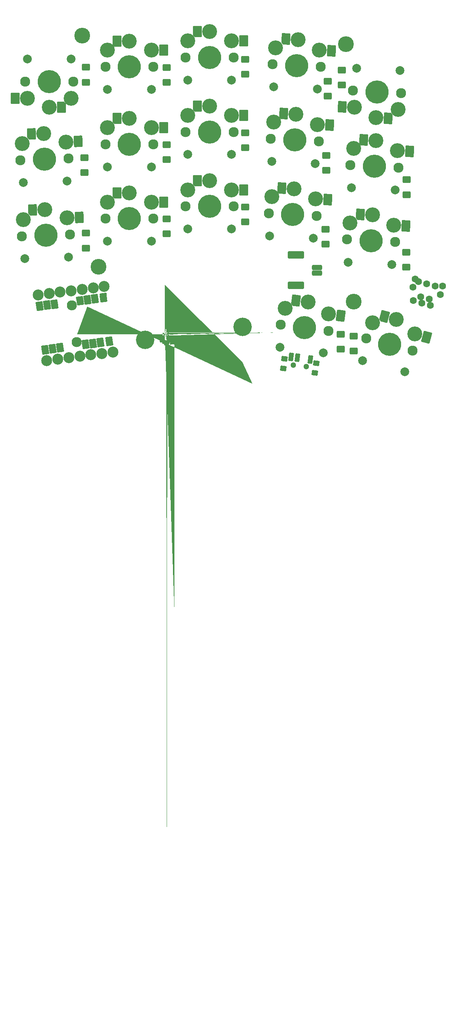
<source format=gbs>
G04 #@! TF.GenerationSoftware,KiCad,Pcbnew,9.0.2*
G04 #@! TF.CreationDate,2025-07-12T22:53:39+08:00*
G04 #@! TF.ProjectId,Kretstr_d_v2,4b726574-7374-472e-9464-5f76322e6b69,rev?*
G04 #@! TF.SameCoordinates,Original*
G04 #@! TF.FileFunction,Soldermask,Bot*
G04 #@! TF.FilePolarity,Negative*
%FSLAX46Y46*%
G04 Gerber Fmt 4.6, Leading zero omitted, Abs format (unit mm)*
G04 Created by KiCad (PCBNEW 9.0.2) date 2025-07-12 22:53:39*
%MOMM*%
%LPD*%
G01*
G04 APERTURE LIST*
G04 Aperture macros list*
%AMRoundRect*
0 Rectangle with rounded corners*
0 $1 Rounding radius*
0 $2 $3 $4 $5 $6 $7 $8 $9 X,Y pos of 4 corners*
0 Add a 4 corners polygon primitive as box body*
4,1,4,$2,$3,$4,$5,$6,$7,$8,$9,$2,$3,0*
0 Add four circle primitives for the rounded corners*
1,1,$1+$1,$2,$3*
1,1,$1+$1,$4,$5*
1,1,$1+$1,$6,$7*
1,1,$1+$1,$8,$9*
0 Add four rect primitives between the rounded corners*
20,1,$1+$1,$2,$3,$4,$5,0*
20,1,$1+$1,$4,$5,$6,$7,0*
20,1,$1+$1,$6,$7,$8,$9,0*
20,1,$1+$1,$8,$9,$2,$3,0*%
%AMFreePoly0*
4,1,22,0.886777,1.280194,0.956366,1.224698,0.994986,1.144504,1.000000,1.100000,1.000000,-1.100000,0.980194,-1.186777,0.924698,-1.256366,0.844504,-1.294986,0.800000,-1.300000,-0.480000,-1.300000,-0.566777,-1.280194,-0.621421,-1.241421,-0.941421,-0.921421,-0.988777,-0.846056,-1.000000,-0.780000,-1.000000,1.100000,-0.980194,1.186777,-0.924698,1.256366,-0.844504,1.294986,-0.800000,1.300000,
0.800000,1.300000,0.886777,1.280194,0.886777,1.280194,$1*%
%AMFreePoly1*
4,1,22,0.686777,0.580194,0.756366,0.524698,0.794986,0.444504,0.800000,0.400000,0.800000,0.200000,0.780194,0.113223,0.741421,0.058579,0.141421,-0.541421,0.066056,-0.588777,-0.022393,-0.598742,-0.106406,-0.569345,-0.141421,-0.541421,-0.741421,0.058579,-0.788777,0.133944,-0.800000,0.200000,-0.800000,0.400000,-0.780193,0.486777,-0.724698,0.556366,-0.644504,0.594986,-0.600000,0.600000,
0.600000,0.600000,0.686777,0.580194,0.686777,0.580194,$1*%
%AMFreePoly2*
4,1,26,0.706406,1.169345,0.769345,1.106406,0.798742,1.022393,0.800000,1.000000,0.800000,-0.250000,0.780194,-0.336777,0.724699,-0.406366,0.644505,-0.444986,0.600000,-0.450000,-0.600000,-0.450000,-0.686777,-0.430194,-0.756366,-0.374698,-0.794986,-0.294504,-0.800000,-0.250000,-0.800000,1.000000,-0.780194,1.086777,-0.724698,1.156366,-0.644504,1.194986,-0.555496,1.194986,-0.475302,1.156366,
-0.458579,1.141421,0.000000,0.682842,0.458579,1.141421,0.533944,1.188778,0.622393,1.198742,0.706406,1.169345,0.706406,1.169345,$1*%
%AMFreePoly3*
4,1,292,0.206777,1.229994,0.276366,1.174498,0.314986,1.094304,0.320000,1.049800,0.320000,0.008200,0.319495,0.005987,0.319495,-1.866709,0.319486,-1.942235,0.319486,-1.942460,0.318928,-2.390763,0.318926,-2.391335,0.317383,-2.767014,0.317377,-2.767939,0.314675,-3.077389,0.314657,-3.078876,0.310622,-3.328489,0.310568,-3.330901,0.305029,-3.527071,0.304875,-3.531095,0.297657,-3.680215,
0.297195,-3.687212,0.288125,-3.795676,0.286622,-3.808584,0.275528,-3.882784,0.269972,-3.908365,0.256680,-3.954695,0.246330,-3.982691,0.240139,-3.996234,0.229057,-4.017117,0.167561,-4.118087,0.157692,-4.132784,0.062026,-4.262462,0.054482,-4.272060,-0.057455,-4.405866,-0.061018,-4.410009,-0.070960,-4.421254,-0.171727,-4.547475,-0.239381,-4.651468,-0.261422,-4.702806,-0.268448,-4.790209,
-0.275185,-4.947662,-0.279770,-5.144579,-0.281450,-5.361536,-0.281447,-5.385011,-0.280528,-5.604860,-0.277007,-5.754079,-0.270393,-5.838887,-0.268290,-5.848462,-0.224488,-5.894056,-0.171049,-5.977321,-0.142171,-6.051967,-0.122143,-6.170287,-0.120852,-6.228231,-0.135594,-6.347346,-0.162124,-6.424914,-0.212996,-6.510565,-0.274338,-6.575059,-0.308050,-6.593056,-0.393200,-6.628524,-0.459529,-6.643620,
-0.582275,-6.650118,-0.631318,-6.646663,-0.750780,-6.623247,-0.819367,-6.595916,-0.898997,-6.545453,-0.952252,-6.496101,-0.953444,-6.494503,-0.980620,-6.444550,-1.025271,-6.324319,-1.037078,-6.237909,-1.034553,-6.207928,-1.095319,-6.245365,-1.119612,-6.251953,-1.263243,-6.281341,-1.334401,-6.282972,-1.441733,-6.266095,-1.524379,-6.233050,-1.535526,-6.224760,-1.625648,-6.152737,-1.674999,-6.094737,
-1.708800,-6.034795,-1.731134,-5.973572,-1.756230,-5.840310,-1.752826,-5.751366,-1.751357,-5.746183,-1.721747,-5.646814,-1.786435,-5.670245,-1.797570,-5.671308,-1.925994,-5.679949,-2.013905,-5.666013,-2.017213,-5.664651,-2.152853,-5.607383,-2.223422,-5.557256,-2.286363,-5.487634,-2.329864,-5.409980,-2.331418,-5.403739,-1.483158,-5.403739,-1.355185,-5.371470,-1.321520,-5.365981,-1.296753,-5.364088,
-1.271925,-5.355039,-1.217781,-5.314195,-1.113600,-5.210504,-0.992406,-5.073003,-0.922095,-4.967193,-0.891918,-4.883182,-0.881171,-4.765871,-0.875626,-4.680694,-0.868608,-4.639640,-0.821297,-4.471082,-0.802138,-4.425469,-0.700510,-4.248647,-0.682044,-4.221835,-0.562810,-4.075770,-0.603069,-4.078811,-0.691091,-4.065597,-0.695126,-4.063965,-0.829973,-4.007718,-0.882942,-3.970058,-0.884544,-4.105830,
-0.885000,-4.117175,-0.898888,-4.319380,-0.902711,-4.346893,-0.935986,-4.504891,-0.949035,-4.545136,-1.009063,-4.679733,-1.028893,-4.714405,-1.123042,-4.846409,-1.137428,-4.864308,-1.273065,-5.014526,-1.276513,-5.018249,-1.287869,-5.030202,-1.395729,-5.154077,-1.436036,-5.218316,-1.445698,-5.259360,-1.451178,-5.311568,-1.471682,-5.381092,-1.483158,-5.403739,-2.331418,-5.403739,-2.333940,-5.393612,
-2.360039,-5.266091,-2.360039,-5.185886,-2.330712,-5.042597,-2.293908,-4.961554,-2.277054,-4.942143,-2.201588,-4.865752,-2.261402,-4.879975,-2.348652,-4.881156,-2.489497,-4.851669,-2.570374,-4.814501,-2.590504,-4.796763,-2.603049,-4.784116,-2.016632,-4.784116,-1.947691,-4.769658,-1.921784,-4.765974,-1.897996,-4.764167,-1.873068,-4.755114,-1.818842,-4.714263,-1.712135,-4.608103,-1.710532,-4.606403,
-1.610735,-4.492471,-1.536348,-4.394539,-1.509620,-4.348678,-1.496774,-4.253933,-1.486629,-4.104764,-1.484943,-4.030087,-1.521728,-4.066661,-1.663872,-4.210425,-1.771561,-4.327147,-1.827485,-4.398952,-1.841739,-4.426218,-1.846868,-4.455718,-1.849044,-4.466476,-1.880833,-4.604089,-1.919662,-4.684181,-1.933210,-4.699418,-2.016632,-4.784116,-2.603049,-4.784116,-2.677271,-4.709294,-2.724322,-4.633739,
-2.731172,-4.608776,-2.760623,-4.465732,-2.760769,-4.385781,-2.732270,-4.244767,-2.695666,-4.163633,-2.680108,-4.145462,-2.594432,-4.056733,-2.519907,-4.008065,-2.492843,-4.000178,-2.352971,-3.969921,-2.326052,-3.966765,-2.302641,-3.962426,-2.276550,-3.949146,-2.210815,-3.898611,-2.101881,-3.798678,-1.944546,-3.643569,-1.907849,-3.606777,-1.998584,-3.608265,-2.086361,-3.615506,-2.113472,-3.640814,
-2.190420,-3.685551,-2.195993,-3.687200,-2.285285,-3.712217,-2.328694,-3.719355,-2.443408,-3.725413,-2.478949,-3.724123,-2.588384,-3.710339,-2.648428,-3.692928,-2.721883,-3.658421,-2.792004,-3.603597,-2.794591,-3.600348,-2.808469,-3.582542,-2.842246,-3.517205,-2.871896,-3.418636,-2.880342,-3.357508,-2.878149,-3.232815,-2.869435,-3.177839,-2.834704,-3.064278,-2.812088,-3.015249,-2.804020,-3.002595,
-2.744226,-2.942329,-2.663376,-2.889881,-2.579901,-2.859285,-2.464107,-2.844477,-2.401736,-2.846314,-2.281469,-2.868955,-2.211215,-2.896693,-2.116941,-2.956591,-2.095419,-2.974395,-2.075454,-2.989291,-2.056638,-2.994994,-2.046805,-2.995889,-2.070491,-2.960773,-2.070904,-2.959695,-2.108494,-2.860796,-2.121279,-2.800020,-2.127521,-2.678750,-2.122913,-2.624593,-2.097809,-2.512950,-2.059448,-2.432632,
-2.058380,-2.431296,-2.001929,-2.361278,-1.932045,-2.306154,-1.911531,-2.297769,-1.812031,-2.263398,-1.738834,-2.252593,-1.594647,-2.258290,-1.508720,-2.281507,-1.504448,-2.283843,-1.384933,-2.351109,-1.358738,-2.368710,-1.337152,-2.385832,-1.317487,-2.393167,-1.240752,-2.402224,-1.085472,-2.405350,-1.078233,-2.405170,-1.107077,-2.378573,-1.139850,-2.295818,-1.141775,-2.278081,-1.154236,-2.081951,
-1.154606,-2.072859,-1.156502,-1.967207,-1.150610,-1.915302,-1.126324,-1.817749,-1.086141,-1.738328,-1.046755,-1.702089,-0.979056,-1.654814,-0.896569,-1.621370,-0.885058,-1.619844,-0.761116,-1.607067,-0.757791,-1.606753,-0.746558,-1.605784,-0.717431,-1.594755,-0.653273,-1.547006,-0.535915,-1.433820,-0.518656,-1.415993,-0.412858,-1.301079,-0.333107,-1.206106,-0.309939,-1.172922,-0.306469,-1.159605,
-0.293711,-1.047354,-0.284312,-0.875422,-0.280824,-0.666619,-0.282712,0.034061,-0.280000,0.046092,-0.280000,1.049800,-0.260194,1.136577,-0.204698,1.206166,-0.124504,1.244786,-0.080000,1.249800,0.120000,1.249800,0.206777,1.229994,0.206777,1.229994,$1*%
%AMFreePoly4*
4,1,332,0.216903,1.226394,0.286492,1.170898,0.325112,1.090704,0.330126,1.046200,0.330126,0.053880,0.332333,0.034041,0.330446,-0.641485,0.333256,-0.817119,0.341852,-0.991008,0.354077,-1.119624,0.362643,-1.162576,0.397195,-1.217294,0.480043,-1.321262,0.585725,-1.436349,0.661974,-1.511306,0.745305,-1.581782,0.780351,-1.600628,0.816226,-1.606236,0.855709,-1.608367,0.916305,-1.621245,
1.018029,-1.660105,1.092024,-1.709574,1.121528,-1.749879,1.172534,-1.841779,1.197328,-1.927265,1.197479,-1.930252,1.204078,-2.083860,1.203745,-2.106820,1.191281,-2.279776,1.165288,-2.364904,1.129225,-2.403994,1.173666,-2.405391,1.223573,-2.405255,1.373671,-2.401394,1.448171,-2.392642,1.465323,-2.386622,1.490349,-2.367250,1.499144,-2.360816,1.558427,-2.319886,1.616268,-2.292409,
1.736039,-2.257617,1.795103,-2.249705,1.918049,-2.251717,1.998400,-2.270011,2.089018,-2.311721,2.159564,-2.365996,2.168233,-2.377282,2.179017,-2.392405,2.207229,-2.449366,2.233861,-2.535376,2.241991,-2.576456,2.252651,-2.693916,2.253382,-2.717931,2.251655,-2.776071,2.247065,-2.813135,2.225093,-2.912935,2.195461,-2.975695,2.212494,-2.958198,2.289490,-2.904783,2.362073,-2.873447,
2.477989,-2.848910,2.531369,-2.844932,2.650838,-2.852090,2.724742,-2.871102,2.812396,-2.912770,2.882265,-2.967914,2.907895,-3.009099,2.941835,-3.082118,2.959271,-3.144555,2.971968,-3.260006,2.972232,-3.301190,2.960919,-3.417757,2.944419,-3.480107,2.909095,-3.559070,2.855580,-3.630194,2.824642,-3.651681,2.776780,-3.678625,2.716103,-3.700809,2.613675,-3.720326,2.575255,-3.723859,
2.458923,-3.723286,2.420925,-3.719452,2.321391,-3.699672,2.242209,-3.664868,2.226678,-3.653495,2.249568,-3.708190,2.262483,-3.753325,2.275714,-3.834758,2.276340,-3.894786,2.255370,-4.043353,2.251016,-4.059843,2.261336,-4.057503,2.405029,-4.053550,2.423479,-4.053894,2.607272,-4.065820,2.692585,-4.091203,2.758435,-4.151089,2.791780,-4.233615,2.793805,-4.251024,2.806269,-4.423981,
2.806736,-4.433904,2.808688,-4.521554,2.803411,-4.571859,2.775606,-4.689911,2.736433,-4.769835,2.707599,-4.798835,2.630832,-4.861660,2.551134,-4.901291,2.531391,-4.905022,2.396634,-4.923538,2.367519,-4.925391,2.352493,-4.925249,2.321484,-4.922534,2.294546,-4.918041,2.345556,-4.977430,2.387072,-5.056163,2.391784,-5.079151,2.411668,-5.216808,2.413676,-5.249681,2.412978,-5.282286,
2.408266,-5.321372,2.380906,-5.444549,2.342754,-5.524966,2.315925,-5.552945,2.240017,-5.618098,2.161269,-5.659587,2.137440,-5.664410,2.001028,-5.683476,1.971455,-5.685392,1.956951,-5.685255,1.923948,-5.682197,1.791737,-5.658772,1.709746,-5.624130,1.687090,-5.605118,1.615161,-5.535067,1.566814,-5.460335,1.557616,-5.425814,1.535881,-5.299923,1.533998,-5.280958,1.533090,-5.277310,
1.533100,-5.278989,1.537975,-5.407923,1.546049,-5.464506,1.546949,-5.466699,1.560605,-5.481756,1.576426,-5.501596,1.634693,-5.585018,1.668145,-5.667501,1.668563,-5.670193,1.688071,-5.801698,1.682547,-5.885969,1.643425,-6.022953,1.600550,-6.100955,1.596826,-6.105026,1.561415,-6.142690,1.487545,-6.192345,1.486564,-6.192720,1.387509,-6.230250,1.326898,-6.242961,1.205437,-6.249194,
1.151442,-6.244614,1.082920,-6.229254,1.081676,-6.301771,1.060958,-6.387044,1.004589,-6.500955,0.948350,-6.569945,0.933901,-6.580220,0.857650,-6.629504,0.787543,-6.657803,0.665751,-6.681668,0.584915,-6.680859,0.473708,-6.656748,0.415993,-6.629724,0.400586,-6.658754,0.394933,-6.665026,0.359522,-6.702690,0.285652,-6.752345,0.284671,-6.752720,0.185616,-6.790250,0.125005,-6.802961,
0.003544,-6.809194,-0.050452,-6.804614,-0.162271,-6.779549,-0.242614,-6.741242,-0.243814,-6.740285,-0.268198,-6.720687,-0.315294,-6.752345,-0.316275,-6.752720,-0.415330,-6.790250,-0.475941,-6.802961,-0.597402,-6.809194,-0.651397,-6.804614,-0.763217,-6.779549,-0.843561,-6.741242,-0.844763,-6.740284,-0.914891,-6.683922,-0.970122,-6.614122,-0.978575,-6.593515,-1.013000,-6.494172,-1.023868,-6.420766,
-1.018162,-6.276806,-0.994935,-6.190882,-0.992477,-6.186396,-0.925104,-6.067069,-0.903724,-6.036331,-0.891370,-6.021707,-0.890072,-6.018941,-0.882527,-5.981614,-0.875398,-5.887738,-0.871719,-5.731182,-0.870818,-5.503325,-0.870817,-5.503105,-0.869927,-5.326988,-0.869827,-5.321581,-0.862543,-5.094702,-0.861499,-5.079727,-0.853873,-5.008841,-0.260880,-5.008841,-0.250757,-5.118082,-0.182664,-5.265028,
-0.032771,-5.461496,0.009168,-5.510153,0.014500,-5.516608,0.119025,-5.648672,0.127203,-5.659770,0.205250,-5.773710,0.219630,-5.798292,0.256978,-5.874043,0.259707,-5.879806,0.280044,-5.924601,0.283266,-5.919104,0.302558,-5.891727,0.305210,-5.888563,0.317208,-5.858522,0.310754,-5.815815,0.250423,-5.704381,0.110971,-5.530276,0.036442,-5.444592,0.027944,-5.434129,-0.099383,-5.266107,
-0.111658,-5.246753,0.652054,-5.246753,0.732842,-5.349046,0.752387,-5.378939,0.849802,-5.561723,0.882643,-5.509562,0.905761,-5.479570,0.917107,-5.467427,0.924826,-5.420679,0.930495,-5.304719,0.931637,-5.162069,0.886595,-5.192346,0.885617,-5.192720,0.786563,-5.230250,0.725952,-5.242961,0.652054,-5.246753,-0.111658,-5.246753,-0.117198,-5.238019,-0.195936,-5.087503,-0.212368,-5.044802,
-0.239091,-4.941314,-0.260880,-5.008841,-0.853873,-5.008841,-0.842699,-4.904973,-0.837775,-4.877464,-0.810044,-4.767492,1.929028,-4.767492,1.940400,-4.777363,1.980579,-4.800138,2.016790,-4.806377,2.048565,-4.809884,2.049055,-4.809987,2.034161,-4.797214,2.013963,-4.774565,2.013402,-4.774389,1.934562,-4.767567,1.929028,-4.767492,-0.810044,-4.767492,-0.802541,-4.737737,-0.789993,-4.702371,
-0.733407,-4.580574,-0.717030,-4.551821,-0.634173,-4.430855,-0.622986,-4.416047,-0.508940,-4.278815,-0.506152,-4.275532,-0.504541,-4.273676,-0.406101,-4.155775,-0.327937,-4.054618,-0.302887,-4.017163,-0.302099,-4.013563,-0.294032,-3.925579,-0.286464,-3.770786,-0.280305,-3.552503,-0.275623,-3.268476,-0.272373,-2.915349,-0.271993,-2.829728,0.332029,-2.829728,0.339270,-2.984437,0.352076,-3.112266,
0.360925,-3.154360,0.378419,-3.181798,0.458433,-3.279847,0.578494,-3.414759,0.722334,-3.568542,0.876663,-3.727341,1.028514,-3.877808,1.164669,-4.006494,1.268831,-4.097556,1.310593,-4.127530,1.364956,-4.143570,1.451145,-4.154832,1.444522,-4.147382,1.401669,-4.069368,1.396370,-4.045227,1.377901,-3.926443,1.353356,-3.888438,1.272875,-3.790852,1.139773,-3.645237,0.953129,-3.451557,
0.710038,-3.206705,0.332029,-2.829728,-0.271993,-2.829728,-0.270485,-2.489954,-0.269874,-1.987786,-0.269874,1.046200,-0.250068,1.132977,-0.194572,1.202566,-0.114378,1.241186,-0.069874,1.246200,0.130126,1.246200,0.216903,1.226394,0.216903,1.226394,$1*%
G04 Aperture macros list end*
%ADD10C,0.100000*%
%ADD11C,1.600000*%
%ADD12RoundRect,0.200000X-0.700000X0.600000X-0.700000X-0.600000X0.700000X-0.600000X0.700000X0.600000X0*%
%ADD13RoundRect,0.200000X0.700000X-0.600000X0.700000X0.600000X-0.700000X0.600000X-0.700000X-0.600000X0*%
%ADD14C,2.300000*%
%ADD15C,3.400000*%
%ADD16C,2.000000*%
%ADD17C,5.280000*%
%ADD18FreePoly0,0.000000*%
%ADD19RoundRect,0.200000X-0.800000X-1.100000X0.800000X-1.100000X0.800000X1.100000X-0.800000X1.100000X0*%
%ADD20C,3.600000*%
%ADD21C,1.300000*%
%ADD22FreePoly0,2.000000*%
%ADD23RoundRect,0.200000X-0.761123X-1.127250X0.837902X-1.071410X0.761123X1.127250X-0.837902X1.071410X0*%
%ADD24FreePoly0,357.000000*%
%ADD25RoundRect,0.200000X-0.856473X-1.056624X0.741334X-1.140361X0.856473X1.056624X-0.741334X1.140361X0*%
%ADD26FreePoly0,345.000000*%
%ADD27RoundRect,0.200000X-1.057442X-0.855463X0.488040X-1.269574X1.057442X0.855463X-0.488040X1.269574X0*%
%ADD28C,2.500000*%
%ADD29FreePoly1,187.500000*%
%ADD30FreePoly1,7.500000*%
%ADD31FreePoly2,187.500000*%
%ADD32FreePoly2,7.500000*%
%ADD33FreePoly0,180.000000*%
%ADD34RoundRect,0.200000X0.800000X1.100000X-0.800000X1.100000X-0.800000X-1.100000X0.800000X-1.100000X0*%
%ADD35C,4.200000*%
%ADD36FreePoly0,352.500000*%
%ADD37RoundRect,0.200000X-0.936735X-0.986168X0.649577X-1.195010X0.936735X0.986168X-0.649577X1.195010X0*%
%ADD38FreePoly0,177.000000*%
%ADD39RoundRect,0.200000X0.856473X1.056624X-0.741334X1.140361X-0.856473X-1.056624X0.741334X-1.140361X0*%
%ADD40RoundRect,0.300000X0.850000X-0.300000X0.850000X0.300000X-0.850000X0.300000X-0.850000X-0.300000X0*%
%ADD41RoundRect,0.326924X1.548076X-0.523076X1.548076X0.523076X-1.548076X0.523076X-1.548076X-0.523076X0*%
%ADD42FreePoly3,180.000000*%
%ADD43RoundRect,0.229000X-0.606000X-0.057250X0.606000X-0.057250X0.606000X0.057250X-0.606000X0.057250X0*%
%ADD44RoundRect,0.229000X-1.171000X-0.057250X1.171000X-0.057250X1.171000X0.057250X-1.171000X0.057250X0*%
%ADD45RoundRect,0.229000X-0.208500X-0.057250X0.208500X-0.057250X0.208500X0.057250X-0.208500X0.057250X0*%
%ADD46FreePoly4,180.000000*%
%ADD47RoundRect,0.200000X0.547933X0.331315X-0.443512X0.461841X-0.547933X-0.331315X0.443512X-0.461841X0*%
%ADD48RoundRect,0.200000X0.444900X0.697899X-0.249111X0.789268X-0.444900X-0.697899X0.249111X-0.789268X0*%
G04 APERTURE END LIST*
D10*
X87756130Y-115406955D02*
X86748822Y-115539569D01*
X86616207Y-114532261D01*
X87623515Y-114399647D01*
X87756130Y-115406955D01*
G36*
X87756130Y-115406955D02*
G01*
X86748822Y-115539569D01*
X86616207Y-114532261D01*
X87623515Y-114399647D01*
X87756130Y-115406955D01*
G37*
X89112845Y-125712231D02*
X88105537Y-125844846D01*
X87972923Y-124837538D01*
X88980231Y-124704923D01*
X89112845Y-125712231D01*
G36*
X89112845Y-125712231D02*
G01*
X88105537Y-125844846D01*
X87972923Y-124837538D01*
X88980231Y-124704923D01*
X89112845Y-125712231D01*
G37*
X89438017Y-115185530D02*
X88430709Y-115318145D01*
X88298094Y-114310837D01*
X89305402Y-114178222D01*
X89438017Y-115185530D01*
G36*
X89438017Y-115185530D02*
G01*
X88430709Y-115318145D01*
X88298094Y-114310837D01*
X89305402Y-114178222D01*
X89438017Y-115185530D01*
G37*
X90794732Y-125490806D02*
X89787424Y-125623421D01*
X89654810Y-124616113D01*
X90662118Y-124483498D01*
X90794732Y-125490806D01*
G36*
X90794732Y-125490806D02*
G01*
X89787424Y-125623421D01*
X89654810Y-124616113D01*
X90662118Y-124483498D01*
X90794732Y-125490806D01*
G37*
X91119904Y-114964106D02*
X90112596Y-115096720D01*
X89979981Y-114089412D01*
X90987289Y-113956798D01*
X91119904Y-114964106D01*
G36*
X91119904Y-114964106D02*
G01*
X90112596Y-115096720D01*
X89979981Y-114089412D01*
X90987289Y-113956798D01*
X91119904Y-114964106D01*
G37*
X92476619Y-125269382D02*
X91469311Y-125401996D01*
X91336697Y-124394688D01*
X92344005Y-124262074D01*
X92476619Y-125269382D01*
G36*
X92476619Y-125269382D02*
G01*
X91469311Y-125401996D01*
X91336697Y-124394688D01*
X92344005Y-124262074D01*
X92476619Y-125269382D01*
G37*
X96983111Y-114192200D02*
X95975803Y-114324814D01*
X95843188Y-113317506D01*
X96850496Y-113184892D01*
X96983111Y-114192200D01*
G36*
X96983111Y-114192200D02*
G01*
X95975803Y-114324814D01*
X95843188Y-113317506D01*
X96850496Y-113184892D01*
X96983111Y-114192200D01*
G37*
X98339826Y-124497476D02*
X97332518Y-124630091D01*
X97199903Y-123622783D01*
X98207211Y-123490168D01*
X98339826Y-124497476D01*
G36*
X98339826Y-124497476D02*
G01*
X97332518Y-124630091D01*
X97199903Y-123622783D01*
X98207211Y-123490168D01*
X98339826Y-124497476D01*
G37*
X98665295Y-113970736D02*
X97657987Y-114103351D01*
X97525373Y-113096043D01*
X98532681Y-112963428D01*
X98665295Y-113970736D01*
G36*
X98665295Y-113970736D02*
G01*
X97657987Y-114103351D01*
X97525373Y-113096043D01*
X98532681Y-112963428D01*
X98665295Y-113970736D01*
G37*
X100022010Y-124276012D02*
X99014703Y-124408627D01*
X98882088Y-123401319D01*
X99889396Y-123268704D01*
X100022010Y-124276012D01*
G36*
X100022010Y-124276012D02*
G01*
X99014703Y-124408627D01*
X98882088Y-123401319D01*
X99889396Y-123268704D01*
X100022010Y-124276012D01*
G37*
X100347480Y-113749272D02*
X99340172Y-113881887D01*
X99207557Y-112874579D01*
X100214865Y-112741964D01*
X100347480Y-113749272D01*
G36*
X100347480Y-113749272D02*
G01*
X99340172Y-113881887D01*
X99207557Y-112874579D01*
X100214865Y-112741964D01*
X100347480Y-113749272D01*
G37*
X101704195Y-124054548D02*
X100696887Y-124187163D01*
X100564272Y-123179855D01*
X101571580Y-123047240D01*
X101704195Y-124054548D01*
G36*
X101704195Y-124054548D02*
G01*
X100696887Y-124187163D01*
X100564272Y-123179855D01*
X101571580Y-123047240D01*
X101704195Y-124054548D01*
G37*
X102370027Y-113482999D02*
X101362719Y-113615613D01*
X101230105Y-112608305D01*
X102237413Y-112475691D01*
X102370027Y-113482999D01*
G36*
X102370027Y-113482999D02*
G01*
X101362719Y-113615613D01*
X101230105Y-112608305D01*
X102237413Y-112475691D01*
X102370027Y-113482999D01*
G37*
X103726743Y-123788275D02*
X102719435Y-123920892D01*
X102586820Y-122913582D01*
X103594128Y-122780967D01*
X103726743Y-123788275D01*
G36*
X103726743Y-123788275D02*
G01*
X102719435Y-123920892D01*
X102586820Y-122913582D01*
X103594128Y-122780967D01*
X103726743Y-123788275D01*
G37*
D11*
X176253908Y-113513671D03*
X178841352Y-112550533D03*
X179358990Y-110618681D03*
X174322057Y-112996033D03*
X172562834Y-110868209D03*
X173080472Y-108936357D03*
X172636778Y-113915762D03*
X174568630Y-114433400D03*
X176500482Y-114951038D03*
X173801464Y-109569096D03*
X175733316Y-110086734D03*
X177665168Y-110604372D03*
D12*
X159038990Y-122025081D03*
X159038990Y-125425081D03*
D13*
X156016390Y-124967881D03*
X156016390Y-121567881D03*
X171019105Y-106248849D03*
X171019105Y-102848849D03*
X152578705Y-100982449D03*
X152578705Y-97582449D03*
X134197790Y-95945081D03*
X134197790Y-92545081D03*
X116262190Y-98637481D03*
X116262190Y-95237481D03*
X97761390Y-101904681D03*
X97761390Y-98504681D03*
X171129390Y-89712681D03*
X171129390Y-86312681D03*
X152778431Y-84192916D03*
X152778431Y-80792916D03*
X134197790Y-78977881D03*
X134197790Y-75577881D03*
X116262190Y-81721081D03*
X116262190Y-78321081D03*
X97450660Y-84688298D03*
X97450660Y-81288298D03*
X156332694Y-64659350D03*
X156332694Y-61259350D03*
X153078020Y-67209817D03*
X153078020Y-63809817D03*
X134197790Y-62213881D03*
X134197790Y-58813881D03*
X116262190Y-64076081D03*
X116262190Y-60676081D03*
X97761390Y-64058681D03*
X97761390Y-60658681D03*
D14*
X102246390Y-95208681D03*
D15*
X102746390Y-91408681D03*
D16*
X102746390Y-100358681D03*
D15*
X107746390Y-89308681D03*
D17*
X107746390Y-95208681D03*
D15*
X112746390Y-91408681D03*
D16*
X112746390Y-100358681D03*
D14*
X113246390Y-95208681D03*
D18*
X104946390Y-89308681D03*
D19*
X115546390Y-91408681D03*
D20*
X100720590Y-106203881D03*
D14*
X120546190Y-75408681D03*
D15*
X121046190Y-71608681D03*
D16*
X121046190Y-80558681D03*
D15*
X126046190Y-69508681D03*
D17*
X126046190Y-75408681D03*
D15*
X131046190Y-71608681D03*
D16*
X131046190Y-80558681D03*
D14*
X131546190Y-75408681D03*
D18*
X123246190Y-69508681D03*
D19*
X133846190Y-71608681D03*
D14*
X102246390Y-78208681D03*
D15*
X102746390Y-74408681D03*
D16*
X102746390Y-83358681D03*
D15*
X107746390Y-72308681D03*
D17*
X107746390Y-78208681D03*
D15*
X112746390Y-74408681D03*
D16*
X112746390Y-83358681D03*
D14*
X113246390Y-78208681D03*
D18*
X104946390Y-72308681D03*
D19*
X115546390Y-74408681D03*
D21*
X145192308Y-128594207D03*
X148166642Y-128985785D03*
D14*
X120546190Y-92408681D03*
D15*
X121046190Y-88608681D03*
D16*
X121046190Y-97558681D03*
D15*
X126046190Y-86508681D03*
D17*
X126046190Y-92408681D03*
D15*
X131046190Y-88608681D03*
D16*
X131046190Y-97558681D03*
D14*
X131546190Y-92408681D03*
D18*
X123246190Y-86508681D03*
D19*
X133846190Y-88608681D03*
D14*
X102246390Y-60563681D03*
D15*
X102746390Y-56763681D03*
D16*
X102746390Y-65713681D03*
D15*
X107746390Y-54663681D03*
D17*
X107746390Y-60563681D03*
D15*
X112746390Y-56763681D03*
D16*
X112746390Y-65713681D03*
D14*
X113246390Y-60563681D03*
D18*
X104946390Y-54663681D03*
D19*
X115546390Y-56763681D03*
D14*
X83149940Y-99200428D03*
D15*
X83517018Y-95385293D03*
D16*
X83829368Y-104329841D03*
D15*
X88440683Y-93112075D03*
D17*
X88646590Y-99008481D03*
D15*
X93510926Y-95036298D03*
D16*
X93823277Y-103980846D03*
D14*
X94143240Y-98816534D03*
D22*
X85642389Y-93209794D03*
D23*
X96309220Y-94938580D03*
D14*
X140474850Y-59957705D03*
D15*
X141173041Y-56189081D03*
D16*
X140704634Y-65126815D03*
D15*
X146276094Y-54353639D03*
D17*
X145967312Y-60245553D03*
D15*
X151159336Y-56712441D03*
D16*
X150690929Y-65650175D03*
D14*
X151459774Y-60533401D03*
D24*
X143479931Y-54207098D03*
D25*
X153955499Y-56858981D03*
D20*
X159054800Y-114147600D03*
D14*
X161884409Y-122481671D03*
D15*
X163350884Y-118940563D03*
D16*
X161034454Y-127585599D03*
D15*
X168724033Y-118206214D03*
D17*
X167197001Y-123905176D03*
D15*
X173010143Y-121528753D03*
D16*
X170693712Y-130173789D03*
D14*
X172509593Y-125328681D03*
D26*
X166019441Y-117481520D03*
D27*
X175714735Y-122253446D03*
D14*
X120546190Y-58408681D03*
D15*
X121046190Y-54608681D03*
D16*
X121046190Y-63558681D03*
D15*
X126046190Y-52508681D03*
D17*
X126046190Y-58408681D03*
D15*
X131046190Y-54608681D03*
D16*
X131046190Y-63558681D03*
D14*
X131546190Y-58408681D03*
D18*
X123246190Y-52508681D03*
D19*
X133846190Y-54608681D03*
D14*
X139594184Y-93958412D03*
D15*
X140292375Y-90189788D03*
D16*
X139823968Y-99127522D03*
D15*
X145395428Y-88354346D03*
D17*
X145086646Y-94246260D03*
D15*
X150278670Y-90713148D03*
D16*
X149810263Y-99650882D03*
D14*
X150579108Y-94534108D03*
D24*
X142599265Y-88207805D03*
D25*
X153074833Y-90859688D03*
D14*
X140034512Y-76958158D03*
D15*
X140732703Y-73189534D03*
D16*
X140264296Y-82127268D03*
D15*
X145835756Y-71354092D03*
D17*
X145526974Y-77246006D03*
D15*
X150718998Y-73712894D03*
D16*
X150250591Y-82650628D03*
D14*
X151019436Y-77533854D03*
D24*
X143039593Y-71207551D03*
D25*
X153515161Y-73859434D03*
D28*
X88850169Y-127608944D03*
X91368439Y-127277407D03*
X93886709Y-126945871D03*
X96404979Y-126614334D03*
X101441518Y-125951261D03*
X103959790Y-125619724D03*
X98923248Y-126282797D03*
D29*
X88576038Y-125526711D03*
X90257925Y-125305287D03*
X91939812Y-125083862D03*
X97803018Y-124311956D03*
X99485203Y-124090492D03*
X103189935Y-123602755D03*
X101167387Y-123869028D03*
D30*
X99744365Y-113060099D03*
X87153015Y-114717781D03*
X88834902Y-114496357D03*
X90516789Y-114274932D03*
X96379996Y-113503026D03*
X98062180Y-113281562D03*
X101766912Y-112793825D03*
D28*
X96951964Y-111309404D03*
X86878884Y-112635549D03*
X89397154Y-112304012D03*
X91915424Y-111972476D03*
X94433694Y-111640939D03*
X99470234Y-110977866D03*
X101988507Y-110646329D03*
D31*
X88443423Y-124519403D03*
X90125310Y-124297979D03*
X91807197Y-124076554D03*
X97670404Y-123304648D03*
X99352588Y-123083183D03*
X101034773Y-122861723D03*
X103057320Y-122595447D03*
D32*
X101899527Y-113801133D03*
X99876979Y-114067405D03*
X98194795Y-114288870D03*
X96512610Y-114510334D03*
X90649404Y-115282240D03*
X88967517Y-115503664D03*
X87285630Y-115725089D03*
D20*
X96961390Y-53468681D03*
D14*
X82828740Y-81854628D03*
D15*
X83195818Y-78039493D03*
D16*
X83508168Y-86984041D03*
D15*
X88119483Y-75766275D03*
D17*
X88325390Y-81662681D03*
D15*
X93189726Y-77690498D03*
D16*
X93502077Y-86635046D03*
D14*
X93822040Y-81470734D03*
D22*
X85321189Y-75863994D03*
D23*
X95988020Y-77592780D03*
D14*
X94946590Y-63908681D03*
D15*
X94446590Y-67708681D03*
D16*
X94446590Y-58758681D03*
D15*
X89446590Y-69808681D03*
D17*
X89446590Y-63908681D03*
D15*
X84446590Y-67708681D03*
D16*
X84446590Y-58758681D03*
D14*
X83946590Y-63908681D03*
D33*
X92246590Y-69808681D03*
D34*
X81646590Y-67708681D03*
D14*
X95657918Y-123376142D03*
X157508928Y-99948843D03*
D15*
X158207119Y-96180219D03*
D16*
X157738712Y-105117953D03*
D15*
X163310172Y-94344777D03*
D17*
X163001390Y-100236691D03*
D15*
X168193414Y-96703579D03*
D16*
X167725007Y-105641313D03*
D14*
X168493852Y-100524539D03*
D24*
X160514009Y-94198236D03*
D25*
X170989577Y-96850119D03*
D20*
X157210190Y-55348281D03*
D35*
X133604000Y-119888000D03*
D14*
X94550195Y-114962146D03*
X142340786Y-119347403D03*
D15*
X143332508Y-115645176D03*
D16*
X142164299Y-124518607D03*
D15*
X148563838Y-114215772D03*
D17*
X147793733Y-120065297D03*
D15*
X153246957Y-116950436D03*
D16*
X152078747Y-125823869D03*
D14*
X153246680Y-120783191D03*
D36*
X145787792Y-113850299D03*
D37*
X156023002Y-117315911D03*
D35*
X111363786Y-122815980D03*
D14*
X169870184Y-66544967D03*
D15*
X169171993Y-70313591D03*
D16*
X169640400Y-61375857D03*
D15*
X164068940Y-72149033D03*
D17*
X164377722Y-66257119D03*
D15*
X159185698Y-69790231D03*
D16*
X159654105Y-60852497D03*
D14*
X158885260Y-65969271D03*
D38*
X166865103Y-72295574D03*
D39*
X156389535Y-69643691D03*
D14*
X158295138Y-82961674D03*
D15*
X158993329Y-79193050D03*
D16*
X158524922Y-88130784D03*
D15*
X164096382Y-77357608D03*
D17*
X163787600Y-83249522D03*
D15*
X168979624Y-79716410D03*
D16*
X168511217Y-88654144D03*
D14*
X169280062Y-83537370D03*
D24*
X161300219Y-77211067D03*
D25*
X171775787Y-79862950D03*
D40*
X150671000Y-107580000D03*
X150671000Y-106330000D03*
D41*
X145796000Y-110430000D03*
X145796000Y-103480000D03*
D42*
X116419397Y-121589800D03*
D43*
X116078000Y-123561277D03*
D44*
X116078000Y-123190000D03*
D45*
X116072603Y-123901200D03*
D46*
X115829397Y-121589800D03*
D47*
X150154670Y-130357005D03*
X150443133Y-128165912D03*
D21*
X148166642Y-128985785D03*
X145192308Y-128594207D03*
D47*
X143205586Y-127213071D03*
X142917122Y-129404164D03*
D48*
X149139952Y-127338737D03*
X146165618Y-126947158D03*
X144678450Y-126751369D03*
M02*

</source>
